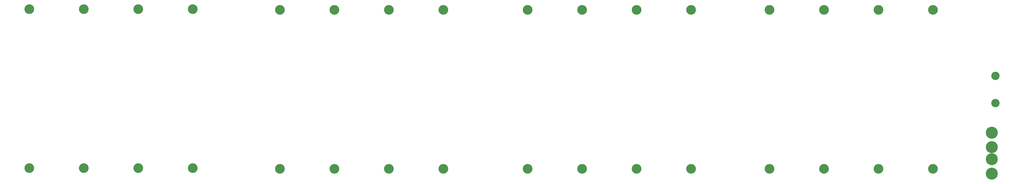
<source format=gbr>
G04 #@! TF.FileFunction,Soldermask,Bot*
%FSLAX46Y46*%
G04 Gerber Fmt 4.6, Leading zero omitted, Abs format (unit mm)*
G04 Created by KiCad (PCBNEW 4.0.2-4+6225~38~ubuntu15.10.1-stable) date Thu 31 Mar 2016 04:29:23 PM CDT*
%MOMM*%
G01*
G04 APERTURE LIST*
%ADD10C,0.100000*%
%ADD11C,3.400000*%
%ADD12C,2.940000*%
%ADD13C,4.210000*%
G04 APERTURE END LIST*
D10*
D11*
X120650000Y-148590000D03*
X101600000Y-148590000D03*
X82550000Y-148590000D03*
X63500000Y-148590000D03*
X63500000Y-92710000D03*
X82550000Y-92710000D03*
X101600000Y-92710000D03*
X120650000Y-92710000D03*
X208280000Y-148844000D03*
X189230000Y-148844000D03*
X170180000Y-148844000D03*
X151130000Y-148844000D03*
X151130000Y-92964000D03*
X170180000Y-92964000D03*
X189230000Y-92964000D03*
X208280000Y-92964000D03*
X379476000Y-148844000D03*
X360426000Y-148844000D03*
X341376000Y-148844000D03*
X322326000Y-148844000D03*
X322326000Y-92964000D03*
X341376000Y-92964000D03*
X360426000Y-92964000D03*
X379476000Y-92964000D03*
X294894000Y-148844000D03*
X275844000Y-148844000D03*
X256794000Y-148844000D03*
X237744000Y-148844000D03*
X237744000Y-92964000D03*
X256794000Y-92964000D03*
X275844000Y-92964000D03*
X294894000Y-92964000D03*
D12*
X401320000Y-116205000D03*
X401320000Y-125730000D03*
D13*
X400030000Y-150541800D03*
X400030000Y-145461800D03*
X400030000Y-141220000D03*
X400030000Y-136140000D03*
M02*

</source>
